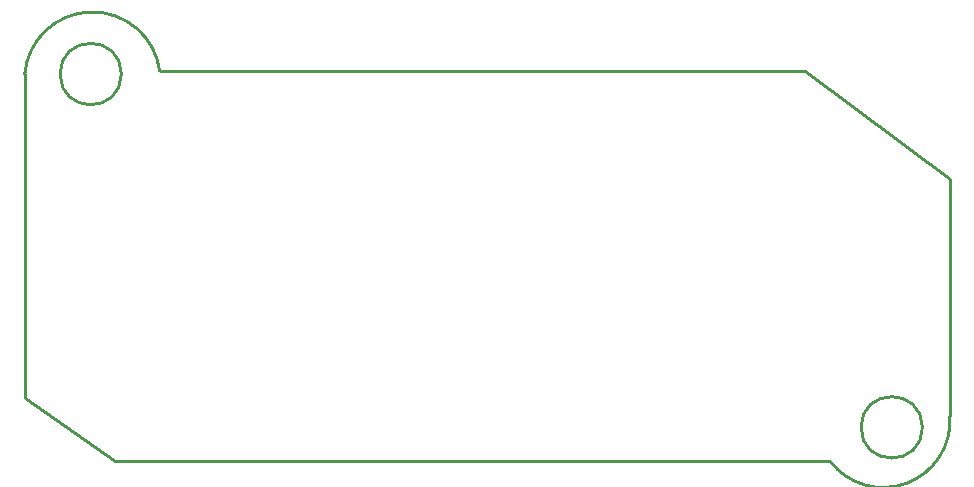
<source format=gbr>
%TF.GenerationSoftware,KiCad,Pcbnew,(6.0.4)*%
%TF.CreationDate,2022-06-03T19:19:18-06:00*%
%TF.ProjectId,Gas_Sensor_Module,4761735f-5365-46e7-936f-725f4d6f6475,rev?*%
%TF.SameCoordinates,Original*%
%TF.FileFunction,Profile,NP*%
%FSLAX46Y46*%
G04 Gerber Fmt 4.6, Leading zero omitted, Abs format (unit mm)*
G04 Created by KiCad (PCBNEW (6.0.4)) date 2022-06-03 19:19:18*
%MOMM*%
%LPD*%
G01*
G04 APERTURE LIST*
%TA.AperFunction,Profile*%
%ADD10C,0.254000*%
%TD*%
G04 APERTURE END LIST*
D10*
X231245275Y-74930000D02*
X231245275Y-54864000D01*
X221085311Y-78739973D02*
G75*
G03*
X231245275Y-74930000I4510364J3423973D01*
G01*
X160528000Y-78740000D02*
X221085275Y-78740000D01*
X164338000Y-45720000D02*
X218948000Y-45720000D01*
X152908000Y-73406000D02*
X160528000Y-78740000D01*
X152908000Y-45974000D02*
X152908000Y-73406000D01*
X161096000Y-45972000D02*
G75*
G03*
X161096000Y-45972000I-2600000J0D01*
G01*
X164338005Y-45719999D02*
G75*
G03*
X152908000Y-45974000I-5701225J-747001D01*
G01*
X228914000Y-75886000D02*
G75*
G03*
X228914000Y-75886000I-2600000J0D01*
G01*
X218948000Y-45720000D02*
X231245275Y-54864000D01*
M02*

</source>
